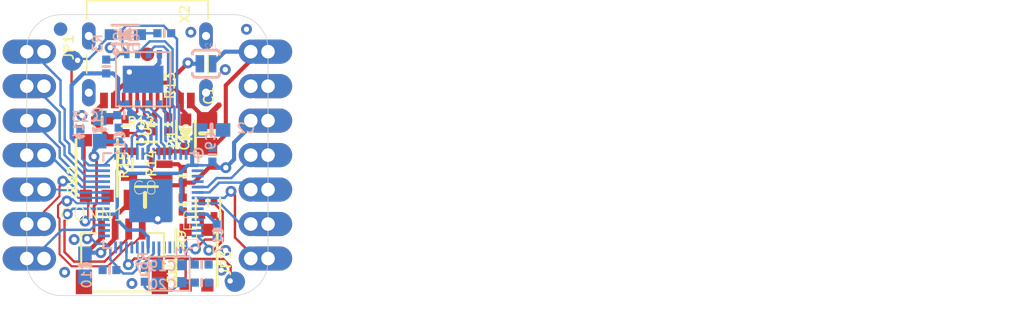
<source format=kicad_pcb>
(kicad_pcb (version 20221018) (generator pcbnew)
  (layers (0 "F.Cu" signal) (1 "In1.Cu" signal) (2 "In2.Cu" signal) (3 "In3.Cu" signal) (4 "In4.Cu" signal) (5 "In5.Cu" signal) (6 "In6.Cu" signal) (7 "In7.Cu" signal) (8 "In8.Cu" signal) (9 "In9.Cu" signal) (10 "In10.Cu" signal) (11 "In11.Cu" signal) (12 "In12.Cu" signal) (13 "In13.Cu" signal) (14 "In14.Cu" signal) (31 "B.Cu" signal) (34 "B.Paste" user) (35 "F.Paste" user) (36 "B.SilkS" user "B.Silkscreen") (37 "F.SilkS" user "F.Silkscreen") (38 "B.Mask" user) (39 "F.Mask" user) (44 "Edge.Cuts" user))
  (net 0 "")
  (net 1 "GND")
  (net 2 "D+")
  (net 3 "D-")
  (net 4 "VBUS")
  (net 5 "~{RESET}")
  (net 6 "SWCLK")
  (net 7 "SWDIO")
  (net 8 "A0")
  (net 9 "CC1")
  (net 10 "CC2")
  (net 11 "A1")
  (net 12 "MOSI")
  (net 13 "MISO")
  (net 14 "SCK")
  (net 15 "A2")
  (net 16 "A3")
  (net 17 "SDA")
  (net 18 "SCL")
  (net 19 "NEOPIX")
  (net 20 "NEO_PWR")
  (net 21 "+5V")
  (net 22 "+3V3")
  (net 23 "QSPI_DATA[0]")
  (net 24 "QSPI_DATA[1]")
  (net 25 "QSPI_SCK")
  (net 26 "QSPI_CS")
  (net 27 "QSPI_DATA[3]")
  (net 28 "QSPI_DATA[2]")
  (net 29 "1.2V")
  (net 30 "TX")
  (net 31 "RX")
  (net 32 "USB_D+")
  (net 33 "USB_D-")
  (net 34 "USBBOOT")
  (net 35 "N$5")
  (net 36 "N$6")
  (net 37 "N$7")
  (net 38 "SDA1")
  (net 39 "SCL1")
  (net 40 "N$1")
  (footprint "Adafruit QT Py RP2040:SK6805_1515" (layer "F.Cu") (at 152.9588 108.9533 90)
    (fp_text reference "LED1")
    (fp_text value "WS2812B_SK6805_1515")
  )
  (footprint "Adafruit QT Py RP2040:SOT23-5" (layer "F.Cu") (at 148.4503 105.6767 90)
    (fp_text reference "U1")
    (fp_text value "AP2112K-3.3")
  )
  (footprint "Adafruit QT Py RP2040:SOD-323_MINI" (layer "F.Cu") (at 151.3332 103.4669 90)
    (fp_text reference "D1")
    (fp_text value "  NSR0320")
  )
  (footprint "Adafruit QT Py RP2040:1X07_CASTEL" (layer "F.Cu") (at 156.1211 105.0036 90)
    (fp_text reference "JP3")
    (fp_text value "")
  )
  (footprint "Adafruit QT Py RP2040:_0402NO" (layer "F.Cu") (at 151.1046 106.5276 90)
    (fp_text reference "C16")
    (fp_text value "0.1uF")
  )
  (footprint "Adafruit QT Py RP2040:JST_SH4_SKINNY" (layer "F.Cu") (at 146.6215 112.9665)
    (fp_text reference "CONN1")
    (fp_text value "STEMMA_I2C_QTSKINNY" hide)
  )
  (footprint "Adafruit QT Py RP2040:USB_C_CUSB31-CFM2AX-01-X" (layer "F.Cu") (at 148.5011 97.4344 180)
    (fp_text reference "X2")
    (fp_text value "USB Type C")
  )
  (footprint "Adafruit QT Py RP2040:_0402NO" (layer "F.Cu") (at 151.1046 108.6485 -90)
    (fp_text reference "R9")
    (fp_text value "10K")
  )
  (footprint "Adafruit QT Py RP2040:0805-NO" (layer "F.Cu") (at 152.8953 103.4034 90)
    (fp_text reference "C1")
    (fp_text value "10uF")
  )
  (footprint "Adafruit QT Py RP2040:0805-NO" (layer "F.Cu") (at 148.3233 108.3056)
    (fp_text reference "C8")
    (fp_text value "10uF")
  )
  (footprint "Adafruit QT Py RP2040:_0402NO" (layer "F.Cu") (at 150.0378 102.743 90)
    (fp_text reference "R13")
    (fp_text value "5.1K")
  )
  (footprint "Adafruit QT Py RP2040:QTPICO_TOP" (layer "F.Cu") (at 139.6111 115.3541)
    (fp_text reference "U$2" hide)
    (fp_text value "" hide)
  )
  (footprint "Adafruit QT Py RP2040:FIDUCIAL_1MM" (layer "F.Cu") (at 148.5011 97.5741)
    (fp_text reference "U$8" hide)
    (fp_text value "FIDUCIAL_1MM" hide)
  )
  (footprint "Adafruit QT Py RP2040:_0402NO" (layer "F.Cu") (at 146.8882 102.87 -90)
    (fp_text reference "R15")
    (fp_text value "27")
  )
  (footprint "Adafruit QT Py RP2040:1X07_CASTEL" (layer "F.Cu") (at 140.8811 105.0036 -90)
    (fp_text reference "JP1")
    (fp_text value "")
  )
  (footprint "Adafruit QT Py RP2040:BTN_KMR2_4.6X2.8" (layer "F.Cu") (at 152.1206 112.5601 90)
    (fp_text reference "SW1")
    (fp_text value "KMR2")
  )
  (footprint "Adafruit QT Py RP2040:_0402NO" (layer "F.Cu") (at 145.161 102.4382)
    (fp_text reference "R12")
    (fp_text value "5.1K")
  )
  (footprint "Adafruit QT Py RP2040:_0402NO" (layer "F.Cu") (at 148.9202 102.743 -90)
    (fp_text reference "R14")
    (fp_text value "27")
  )
  (footprint "Adafruit QT Py RP2040:BTN_KMR2_4.6X2.8" (layer "F.Cu") (at 144.7673 105.9561 90)
    (fp_text reference "SW2")
    (fp_text value "KMR2")
  )
  (footprint "Adafruit QT Py RP2040:TESTPOINT_ROUND_1.5MM_NO" (layer "B.Cu") (at 154.9527 114.3381 180)
    (fp_text reference "TP3" hide)
    (fp_text value "" hide)
  )
  (footprint "Adafruit QT Py RP2040:_0402NO" (layer "B.Cu") (at 145.7071 113.4745)
    (fp_text reference "C7")
    (fp_text value "0.1uF")
  )
  (footprint "Adafruit QT Py RP2040:USON8_4X4" (layer "B.Cu") (at 148.1836 99.4156 -90)
    (fp_text reference "U5")
    (fp_text value "8MB QSPI Flash")
  )
  (footprint "Adafruit QT Py RP2040:TESTPOINT_ROUND_1.5MM_NO" (layer "B.Cu") (at 142.9512 98.044 180)
    (fp_text reference "TP4" hide)
    (fp_text value "" hide)
  )
  (footprint "Adafruit QT Py RP2040:_0402NO" (layer "B.Cu") (at 152.5016 114.4016 180)
    (fp_text reference "C20")
    (fp_text value "22pF")
  )
  (footprint "Adafruit QT Py RP2040:_0402NO" (layer "B.Cu") (at 152.5016 113.0681 180)
    (fp_text reference "C19")
    (fp_text value "22pF")
  )
  (footprint "Adafruit QT Py RP2040:0603-NO" (layer "B.Cu") (at 153.2255 103.1494)
    (fp_text reference "C2")
    (fp_text value "1uF")
  )
  (footprint "Adafruit QT Py RP2040:CRYSTAL_2.5X2" (layer "B.Cu") (at 150.114 113.7412 180)
    (fp_text reference "Y1")
    (fp_text value "12MHZ")
  )
  (footprint "Adafruit QT Py RP2040:QTPICO_BOT" (layer "B.Cu") (at 157.3911 115.2906 180)
    (fp_text reference "U$1" hide)
    (fp_text value "" hide)
  )
  (footprint "Adafruit QT Py RP2040:_0402NO" (layer "B.Cu") (at 146.3802 103.4923 -90)
    (fp_text reference "C11")
    (fp_text value "0.1uF")
  )
  (footprint "Adafruit QT Py RP2040:_0402NO" (layer "B.Cu") (at 146.7866 102.0572 180)
    (fp_text reference "C13")
    (fp_text value "0.1uF")
  )
  (footprint "Adafruit QT Py RP2040:_0402NO" (layer "B.Cu") (at 145.4658 98.4758 -90)
    (fp_text reference "R3")
    (fp_text value "10K")
  )
  (footprint "Adafruit QT Py RP2040:_0402NO" (layer "B.Cu") (at 143.5608 103.6066 90)
    (fp_text reference "C14")
    (fp_text value "0.1uF")
  )
  (footprint "Adafruit QT Py RP2040:SOD-323_MINI" (layer "B.Cu") (at 146.8755 96.1263)
    (fp_text reference "D2")
    (fp_text value "  NSR0320")
  )
  (footprint "Adafruit QT Py RP2040:_0402NO" (layer "B.Cu") (at 153.6065 110.5789 -90)
    (fp_text reference "C17")
    (fp_text value "0.1uF")
  )
  (footprint "Adafruit QT Py RP2040:SJ_2S-NO" (layer "B.Cu") (at 152.8191 98.2726 180)
    (fp_text reference "JP2")
    (fp_text value "")
  )
  (footprint "Adafruit QT Py RP2040:_0402NO" (layer "B.Cu") (at 149.7457 96.0247 180)
    (fp_text reference "R16")
    (fp_text value "1K")
  )
  (footprint "Adafruit QT Py RP2040:0603-NO" (layer "B.Cu") (at 143.898703 113.123894 -90)
    (fp_text reference "C10")
    (fp_text value "1uF")
  )
  (footprint "Adafruit QT Py RP2040:_0402NO" (layer "B.Cu") (at 153.289 104.9782 90)
    (fp_text reference "C9")
    (fp_text value "0.1uF")
  )
  (footprint "Adafruit QT Py RP2040:0603-NO" (layer "B.Cu") (at 144.9832 103.124 90)
    (fp_text reference "C12")
    (fp_text value "1uF")
  )
  (footprint "Adafruit QT Py RP2040:_0402NO" (layer "B.Cu") (at 148.3106 113.8301 90)
    (fp_text reference "R6")
    (fp_text value "1K")
  )
  (footprint "Adafruit QT Py RP2040:QFN56_7MM_REDUCEDEPAD" (layer "B.Cu") (at 148.7551 108.3564 180)
    (fp_text reference "IC2" hide)
    (fp_text value "RP2040_QFN56" hide)
  )
  (footprint "Adafruit QT Py RP2040:FIDUCIAL_1MM" (layer "B.Cu") (at 142.1003 95.7199 180)
    (fp_text reference "U$6" hide)
    (fp_text value "FIDUCIAL_1MM" hide)
  )
  (gr_arc (start 157.3911 112.8141) (mid 156.647151 114.610151) (end 154.8511 115.3541) (stroke (width 0.05)) (layer "Edge.Cuts"))
  (gr_arc (start 142.1511 115.3541) (mid 140.355049 114.610151) (end 139.6111 112.8141) (stroke (width 0.05)) (layer "Edge.Cuts"))
  (gr_line (start 157.3911 97.1931) (end 157.3911 112.8141) (stroke (width 0.05)) (layer "Edge.Cuts"))
  (gr_arc (start 139.6111 97.1931) (mid 140.355049 95.397049) (end 142.1511 94.6531) (stroke (width 0.05)) (layer "Edge.Cuts"))
  (gr_arc (start 154.8511 94.6531) (mid 156.647151 95.397049) (end 157.3911 97.1931) (stroke (width 0.05)) (layer "Edge.Cuts"))
  (gr_line (start 142.1511 94.6531) (end 154.8511 94.6531) (stroke (width 0.05)) (layer "Edge.Cuts"))
  (gr_line (start 139.6111 112.8141) (end 139.6111 97.1931) (stroke (width 0.05)) (layer "Edge.Cuts"))
  (gr_line (start 154.8511 115.3541) (end 142.1511 115.3541) (stroke (width 0.05)) (layer "Edge.Cuts"))
  (gr_text "" (at 212.9409 112.7633) (layer "F.SilkS") (effects (font (size 0.89408 0.89408) (thickness 0.12192))))
  (segment (start 144.653 102.4382) (end 144.653 102.6743) (width 0.3048) (layer "F.Cu") (net 1))
  (segment (start 152.5088 109.4533) (end 152.5088 110.0983) (width 0.3048) (layer "F.Cu") (net 1))
  (segment (start 145.1215 110.4525) (end 145.1215 111.1137) (width 0.3048) (layer "F.Cu") (net 1))
  (segment (start 149.2733 108.3056) (end 149.2733 109.6924) (width 0.3048) (layer "F.Cu") (net 1))
  (segment (start 149.7504 105.6767) (end 150.7617 105.6767) (width 0.3048) (layer "F.Cu") (net 1))
  (segment (start 145.3011 100.9794) (end 145.3011 101.1424) (width 0.3048) (layer "F.Cu") (net 1))
  (segment (start 151.7011 100.9794) (end 151.7011 101.2592) (width 0.3048) (layer "F.Cu") (net 1))
  (segment (start 145.5673 103.5886) (end 144.653 102.6743) (width 0.3048) (layer "F.Cu") (net 1))
  (segment (start 153.1366 101.9556) (end 153.7716 101.3206) (width 0.4064) (layer "F.Cu") (net 1))
  (segment (start 145.3011 101.1424) (end 144.653 101.7905) (width 0.3048) (layer "F.Cu") (net 1))
  (segment (start 151.7011 101.2592) (end 152.8953 102.4534) (width 0.3048) (layer "F.Cu") (net 1))
  (segment (start 150.7617 105.6767) (end 151.1046 106.0196) (width 0.3048) (layer "F.Cu") (net 1))
  (segment (start 145.5673 103.9061) (end 145.5673 103.5886) (width 0.3048) (layer "F.Cu") (net 1))
  (segment (start 144.653 102.4382) (end 144.653 101.7905) (width 0.3048) (layer "F.Cu") (net 1))
  (segment (start 152.5088 110.0983) (end 152.9206 110.5101) (width 0.3048) (layer "F.Cu") (net 1))
  (segment (start 145.1215 111.1137) (end 144.1196 112.1156) (width 0.3048) (layer "F.Cu") (net 1))
  (segment (start 149.2733 109.6924) (end 149.2631 109.7026) (width 0.3048) (layer "F.Cu") (net 1))
  (via (at 155.8036 95.7326) (size 0.8001) (drill 0.3937) (layers "F.Cu" "B.Cu") (net 1))
  (via (at 142.4051 113.6396) (size 0.8001) (drill 0.3937) (layers "F.Cu" "B.Cu") (net 1))
  (via (at 151.7015 95.9485) (size 0.8001) (drill 0.3937) (layers "F.Cu" "B.Cu") (net 1))
  (via (at 143.6751 102.0826) (size 0.8001) (drill 0.3937) (layers "F.Cu" "B.Cu") (net 1))
  (via (at 145.7579 97.0915) (size 0.8001) (drill 0.3937) (layers "F.Cu" "B.Cu") (net 1))
  (via (at 147.1676 98.8822) (size 0.8001) (drill 0.3937) (layers "F.Cu" "B.Cu") (net 1))
  (via (at 154.2415 98.7044) (size 0.8001) (drill 0.3937) (layers "F.Cu" "B.Cu") (net 1))
  (via (at 153.9494 113.4872) (size 0.8001) (drill 0.3937) (layers "F.Cu" "B.Cu") (net 1))
  (via (at 143.1036 111.2266) (size 0.8001) (drill 0.3937) (layers "F.Cu" "B.Cu") (net 1))
  (via (at 149.2631 109.7026) (size 0.8001) (drill 0.3937) (layers "F.Cu" "B.Cu") (net 1))
  (via (at 147.3581 114.4651) (size 0.8001) (drill 0.3937) (layers "F.Cu" "B.Cu") (net 1))
  (via (at 154.2669 112.0267) (size 0.8001) (drill 0.3937) (layers "F.Cu" "B.Cu") (net 1))
  (segment (start 148.7551 108.3564) (end 149.2631 108.8644) (width 0.3048) (layer "B.Cu") (net 1))
  (segment (start 148.7551 108.3564) (end 148.7551 108.1405) (width 0.3048) (layer "B.Cu") (net 1))
  (segment (start 147.6502 98.8822) (end 147.1676 98.8822) (width 0.3048) (layer "B.Cu") (net 1))
  (segment (start 148.1836 99.4156) (end 147.6502 98.8822) (width 0.3048) (layer "B.Cu") (net 1))
  (segment (start 149.2631 108.8644) (end 149.2631 109.7026) (width 0.3048) (layer "B.Cu") (net 1))
  (segment (start 146.2786 102.0572) (end 145.2 102.0572) (width 0.3048) (layer "B.Cu") (net 1))
  (segment (start 157.3911 99.9236) (end 156.1211 99.9236) (width 0.3048) (layer "B.Cu") (net 1))
  (segment (start 149.3836 98.2156) (end 148.1836 99.4156) (width 0.3048) (layer "B.Cu") (net 1))
  (segment (start 145.2 102.0572) (end 144.9832 102.274) (width 0.3048) (layer "B.Cu") (net 1))
  (segment (start 149.3836 97.5656) (end 149.3836 98.2156) (width 0.3048) (layer "B.Cu") (net 1))
  (segment (start 147.5232 103.378) (end 146.8882 103.378) (width 0.1778) (layer "F.Cu") (net 2))
  (segment (start 148.0566 103.9114) (end 147.5232 103.378) (width 0.1778) (layer "F.Cu") (net 2))
  (via (at 148.0566 103.9114) (size 0.8001) (drill 0.3937) (layers "F.Cu" "B.Cu") (net 2))
  (segment (start 147.7551 104.2129) (end 148.0566 103.9114) (width 0.1778) (layer "B.Cu") (net 2))
  (segment (start 147.7551 104.9064) (end 147.7551 104.2129) (width 0.1778) (layer "B.Cu") (net 2))
  (segment (start 148.211043 102.956013) (end 148.058643 102.956013) (width 0.1778) (layer "F.Cu") (net 3))
  (segment (start 148.9202 103.251) (end 148.506031 103.251) (width 0.1778) (layer "F.Cu") (net 3))
  (segment (start 148.506031 103.251) (end 148.211043 102.956013) (width 0.1778) (layer "F.Cu") (net 3))
  (via (at 148.058643 102.956013) (size 0.8001) (drill 0.3937) (layers "F.Cu" "B.Cu") (net 3))
  (segment (start 147.3551 103.659557) (end 148.058643 102.956013) (width 0.1778) (layer "B.Cu") (net 3))
  (segment (start 147.3551 103.659557) (end 147.3551 104.9064) (width 0.1778) (layer "B.Cu") (net 3))
  (segment (start 146.076859 100.95516) (end 146.076859 100.472997) (width 0.3048) (layer "F.Cu") (net 4))
  (segment (start 146.1011 100.9794) (end 146.076859 100.95516) (width 0.3048) (layer "F.Cu") (net 4))
  (segment (start 151.4856 98.2091) (end 150.086725 99.607975) (width 0.3048) (layer "F.Cu") (net 4))
  (segment (start 150.9011 100.48585) (end 150.086725 99.671475) (width 0.3048) (layer "F.Cu") (net 4))
  (segment (start 151.3332 102.3969) (end 151.3332 101.96115) (width 0.3048) (layer "F.Cu") (net 4))
  (segment (start 146.880256 99.6696) (end 150.08485 99.6696) (width 0.3048) (layer "F.Cu") (net 4))
  (segment (start 150.9011 101.52905) (end 150.9011 100.9794) (width 0.3048) (layer "F.Cu") (net 4))
  (segment (start 150.9011 100.48585) (end 150.9011 100.9794) (width 0.3048) (layer "F.Cu") (net 4))
  (segment (start 150.086725 99.607975) (end 150.086725 99.671475) (width 0.3048) (layer "F.Cu") (net 4))
  (segment (start 151.3332 101.96115) (end 150.9011 101.52905) (width 0.3048) (layer "F.Cu") (net 4))
  (segment (start 150.086725 99.671475) (end 150.08485 99.6696) (width 0.3048) (layer "F.Cu") (net 4))
  (segment (start 146.076859 100.472997) (end 146.880256 99.6696) (width 0.3048) (layer "F.Cu") (net 4))
  (via (at 151.4856 98.2091) (size 0.8001) (drill 0.3937) (layers "F.Cu" "B.Cu") (net 4))
  (segment (start 151.5491 98.2726) (end 151.4856 98.2091) (width 0.3048) (layer "B.Cu") (net 4))
  (segment (start 152.3691 98.2726) (end 151.5491 98.2726) (width 0.3048) (layer "B.Cu") (net 4))
  (segment (start 151.2316 112.6236) (end 151.3206 112.5346) (width 0.1778) (layer "F.Cu") (net 5))
  (segment (start 151.3206 110.5101) (end 151.3206 112.5346) (width 0.1778) (layer "F.Cu") (net 5))
  (segment (start 151.3206 112.65535) (end 151.3206 114.6101) (width 0.1778) (layer "F.Cu") (net 5))
  (segment (start 154.6352 114.2365) (end 154.5971 114.2746) (width 0.1778) (layer "F.Cu") (net 5))
  (segment (start 151.1046 109.1565) (end 151.3206 109.3725) (width 0.1778) (layer "F.Cu") (net 5))
  (segment (start 154.6352 113.2078) (end 154.08275 112.65535) (width 0.1778) (layer "F.Cu") (net 5))
  (segment (start 151.3206 112.5346) (end 151.3206 112.65535) (width 0.1778) (layer "F.Cu") (net 5))
  (segment (start 154.6352 114.2365) (end 154.6352 113.2078) (width 0.1778) (layer "F.Cu") (net 5))
  (segment (start 154.08275 112.65535) (end 151.3206 112.65535) (width 0.1778) (layer "F.Cu") (net 5))
  (segment (start 147.5486 112.6236) (end 147.095546 113.076654) (width 0.1778) (layer "F.Cu") (net 5))
  (segment (start 147.5486 112.6236) (end 151.2316 112.6236) (width 0.1778) (layer "F.Cu") (net 5))
  (segment (start 151.3206 109.3725) (end 151.3206 110.5101) (width 0.1778) (layer "F.Cu") (net 5))
  (via (at 154.5971 114.2746) (size 0.8001) (drill 0.3937) (layers "F.Cu" "B.Cu") (net 5))
  (via (at 147.095546 113.076654) (size 0.8001) (drill 0.3937) (layers "F.Cu" "B.Cu") (net 5))
  (segment (start 154.9527 114.3381) (end 154.8892 114.2746) (width 0.1778) (layer "B.Cu") (net 5))
  (segment (start 147.095546 113.076654) (end 146.9551 112.936207) (width 0.1778) (layer "B.Cu") (net 5))
  (segment (start 154.5971 114.2746) (end 154.8892 114.2746) (width 0.1778) (layer "B.Cu") (net 5))
  (segment (start 146.9551 111.8064) (end 146.9551 112.936207) (width 0.1778) (layer "B.Cu") (net 5))
  (segment (start 142.4051 101.6381) (end 142.4051 103.8606) (width 0.1778) (layer "B.Cu") (net 8))
  (segment (start 142.748 104.2035) (end 142.4051 103.8606) (width 0.1778) (layer "B.Cu") (net 8))
  (segment (start 139.6111 97.3836) (end 140.8811 97.3836) (width 0.1778) (layer "B.Cu") (net 8))
  (segment (start 145.3051 106.1564) (end 144.0659 106.1564) (width 0.1778) (layer "B.Cu") (net 8))
  (segment (start 142.4051 101.6381) (end 142.1003 101.3333) (width 0.1778) (layer "B.Cu") (net 8))
  (segment (start 144.0659 106.1564) (end 142.748 104.8385) (width 0.1778) (layer "B.Cu") (net 8))
  (segment (start 140.8811 97.3836) (end 140.8811 98.2726) (width 0.1778) (layer "B.Cu") (net 8))
  (segment (start 142.748 104.8385) (end 142.748 104.2035) (width 0.1778) (layer "B.Cu") (net 8))
  (segment (start 142.1003 99.4918) (end 140.8811 98.2726) (width 0.1778) (layer "B.Cu") (net 8))
  (segment (start 142.1003 99.4918) (end 142.1003 101.3333) (width 0.1778) (layer "B.Cu") (net 8))
  (segment (start 149.7511 100.9794) (end 149.7511 101.7451) (width 0.254) (layer "F.Cu") (net 9))
  (segment (start 150.0378 102.0318) (end 150.0378 102.235) (width 0.1778) (layer "F.Cu") (net 9))
  (segment (start 149.7511 101.7451) (end 150.0378 102.0318) (width 0.254) (layer "F.Cu") (net 9))
  (segment (start 145.669 102.4382) (end 145.8595 102.4382) (width 0.1778) (layer "F.Cu") (net 10))
  (segment (start 146.7511 101.5466) (end 145.8595 102.4382) (width 0.1778) (layer "F.Cu") (net 10))
  (segment (start 146.7511 100.9794) (end 146.7511 101.5466) (width 0.1778) (layer "F.Cu") (net 10))
  (segment (start 139.6111 99.9236) (end 140.8811 99.9236) (width 0.1778) (layer "F.Cu") (net 11))
  (segment (start 142.0368 101.8413) (end 142.0368 104.0003) (width 0.1778) (layer "B.Cu") (net 11))
  (segment (start 142.3924 104.987975) (end 142.3924 104.3559) (width 0.1778) (layer "B.Cu") (net 11))
  (segment (start 142.0368 101.8413) (end 140.8811 100.6856) (width 0.1778) (layer "B.Cu") (net 11))
  (segment (start 145.3051 106.5564) (end 143.960825 106.5564) (width 0.1778) (layer "B.Cu") (net 11))
  (segment (start 143.960825 106.5564) (end 142.3924 104.987975) (width 0.1778) (layer "B.Cu") (net 11))
  (segment (start 140.8811 99.9236) (end 140.8811 100.6856) (width 0.1778) (layer "B.Cu") (net 11))
  (segment (start 142.3924 104.3559) (end 142.0368 104.0003) (width 0.1778) (layer "B.Cu") (net 11))
  (segment (start 153.6021 106.696) (end 152.9417 107.3564) (width 0.1778) (layer "B.Cu") (net 12))
  (segment (start 156.1211 105.0036) (end 156.1211 105.2576) (width 0.1778) (layer "B.Cu") (net 12))
  (segment (start 156.1211 105.2576) (end 154.6827 106.696) (width 0.1778) (layer "B.Cu") (net 12))
  (segment (start 154.6827 106.696) (end 153.6021 106.696) (width 0.1778) (layer "B.Cu") (net 12))
  (segment (start 157.3911 105.0036) (end 156.1211 105.0036) (width 0.1778) (layer "B.Cu") (net 12))
  (segment (start 152.9417 107.3564) (end 152.2051 107.3564) (width 0.1778) (layer "B.Cu") (net 12))
  (segment (start 155.61 107.0325) (end 153.7926 107.0325) (width 0.1778) (layer "B.Cu") (net 13))
  (segment (start 157.3911 107.5436) (end 156.1211 107.5436) (width 0.1778) (layer "B.Cu") (net 13))
  (segment (start 153.0687 107.7564) (end 152.2051 107.7564) (width 0.1778) (layer "B.Cu") (net 13))
  (segment (start 156.1211 107.5436) (end 155.61 107.0325) (width 0.1778) (layer "B.Cu") (net 13))
  (segment (start 153.7926 107.0325) (end 153.0687 107.7564) (width 0.1778) (layer "B.Cu") (net 13))
  (segment (start 157.3911 110.0836) (end 156.1211 110.0836) (width 0.1778) (layer "B.Cu") (net 14))
  (segment (start 153.8446 108.5564) (end 152.2051 108.5564) (width 0.1778) (layer "B.Cu") (net 14))
  (segment (start 156.1211 110.0836) (end 155.3718 110.0836) (width 0.1778) (layer "B.Cu") (net 14))
  (segment (start 155.3718 110.0836) (end 153.8446 108.5564) (width 0.1778) (layer "B.Cu") (net 14))
  (segment (start 139.6111 102.4636) (end 140.8811 102.4636) (width 0.1778) (layer "F.Cu") (net 15))
  (segment (start 140.8811 102.4636) (end 140.8811 103.3145) (width 0.1778) (layer "B.Cu") (net 15))
  (segment (start 142.0368 105.18825) (end 142.0368 104.4702) (width 0.1778) (layer "B.Cu") (net 15))
  (segment (start 143.80495 106.9564) (end 142.0368 105.18825) (width 0.1778) (layer "B.Cu") (net 15))
  (segment (start 145.3051 106.9564) (end 143.80495 106.9564) (width 0.1778) (layer "B.Cu") (net 15))
  (segment (start 142.0368 104.4702) (end 140.8811 103.3145) (width 0.1778) (layer "B.Cu") (net 15))
  (segment (start 139.6111 105.0036) (end 140.8811 105.0036) (width 0.1778) (layer "F.Cu") (net 16))
  (segment (start 145.3051 107.3564) (end 143.6657 107.3564) (width 0.1778) (layer "B.Cu") (net 16))
  (segment (start 143.6657 107.3564) (end 141.3129 105.0036) (width 0.1778) (layer "B.Cu") (net 16))
  (segment (start 141.3129 105.0036) (end 140.8811 105.0036) (width 0.1778) (layer "B.Cu") (net 16))
  (segment (start 139.6111 107.5436) (end 140.8811 107.5436) (width 0.1778) (layer "F.Cu") (net 17))
  (segment (start 145.3051 108.1564) (end 143.3989 108.1564) (width 0.1524) (layer "B.Cu") (net 17))
  (segment (start 143.3989 108.1564) (end 142.829456 107.586957) (width 0.1524) (layer "B.Cu") (net 17))
  (segment (start 142.829456 107.586957) (end 142.044193 107.586957) (width 0.1524) (layer "B.Cu") (net 17))
  (segment (start 142.044193 107.586957) (end 142.000837 107.5436) (width 0.1524) (layer "B.Cu") (net 17))
  (segment (start 142.000837 107.5436) (end 140.8811 107.5436) (width 0.1524) (layer "B.Cu") (net 17))
  (segment (start 142.0241 107.315) (end 142.0241 108.031932) (width 0.1524) (layer "F.Cu") (net 18))
  (segment (start 142.0241 108.031932) (end 140.8811 109.174932) (width 0.1524) (layer "F.Cu") (net 18))
  (segment (start 140.8811 109.1946) (end 140.8811 110.0836) (width 0.1778) (layer "F.Cu") (net 18))
  (segment (start 142.34269 106.99641) (end 142.0241 107.315) (width 0.1778) (layer "F.Cu") (net 18))
  (segment (start 140.8811 109.174932) (end 140.8811 109.1946) (width 0.1524) (layer "F.Cu") (net 18))
  (segment (start 142.26649 106.92021) (end 142.34269 106.99641) (width 0.1778) (layer "F.Cu") (net 18))
  (segment (start 139.6111 110.0836) (end 140.8811 110.0836) (width 0.1778) (layer "F.Cu") (net 18))
  (via (at 142.26649 106.92021) (size 0.8001) (drill 0.3937) (layers "F.Cu" "B.Cu") (net 18))
  (segment (start 145.3051 107.7564) (end 143.489 107.7564) (width 0.1778) (layer "B.Cu") (net 18))
  (segment (start 143.489 107.7564) (end 142.652809 106.92021) (width 0.1778) (layer "B.Cu") (net 18))
  (segment (start 142.26649 106.92021) (end 142.652809 106.92021) (width 0.1778) (layer "B.Cu") (net 18))
  (segment (start 153.6755 109.72) (end 153.6755 111.2266) (width 0.1778) (layer "F.Cu") (net 19))
  (segment (start 153.4088 109.4533) (end 153.6755 109.72) (width 0.1778) (layer "F.Cu") (net 19))
  (segment (start 152.0444 111.9251) (end 152.7429 111.2266) (width 0.1778) (layer "F.Cu") (net 19))
  (segment (start 153.6755 111.2266) (end 152.7429 111.2266) (width 0.1778) (layer "F.Cu") (net 19))
  (via (at 152.0444 111.9251) (size 0.8001) (drill 0.3937) (layers "F.Cu" "B.Cu") (net 19))
  (segment (start 151.4738 111.9251) (end 152.0444 111.9251) (width 0.1778) (layer "B.Cu") (net 19))
  (segment (start 151.3551 111.8064) (end 151.4738 111.9251) (width 0.1778) (layer "B.Cu") (net 19))
  (segment (start 153.3652 112.014) (end 153.0223 112.014) (width 0.1778) (layer "F.Cu") (net 20))
  (segment (start 153.4088 108.4533) (end 153.4088 108.5477) (width 0.1778) (layer "F.Cu") (net 20))
  (segment (start 154.051 111.3282) (end 153.3652 112.014) (width 0.1778) (layer "F.Cu") (net 20))
  (segment (start 154.051 109.1899) (end 154.051 111.3282) (width 0.1778) (layer "F.Cu") (net 20))
  (segment (start 154.051 109.1899) (end 153.4088 108.5477) (width 0.1778) (layer "F.Cu") (net 20))
  (via (at 153.0223 112.014) (size 0.8001) (drill 0.3937) (layers "F.Cu" "B.Cu") (net 20))
  (segment (start 152.2051 110.9936) (end 153.0223 111.8108) (width 0.1778) (layer "B.Cu") (net 20))
  (segment (start 153.0223 111.8108) (end 153.0223 112.014) (width 0.1778) (layer "B.Cu") (net 20))
  (segment (start 152.2051 110.9564) (end 152.2051 110.9936) (width 0.1778) (layer "B.Cu") (net 20))
  (segment (start 151.3332 104.7267) (end 149.7504 104.7267) (width 0.3048) (layer "F.Cu") (net 21))
  (segment (start 152.7118 104.5369) (end 152.8953 104.3534) (width 0.3048) (layer "F.Cu") (net 21))
  (segment (start 153.4058 104.3534) (end 152.8953 104.3534) (width 0.3048) (layer "F.Cu") (net 21))
  (segment (start 149.7504 106.6267) (end 148.9812 106.6267) (width 0.3048) (layer "F.Cu") (net 21))
  (segment (start 148.9812 106.6267) (end 148.7551 106.4006) (width 0.3048) (layer "F.Cu") (net 21))
  (segment (start 151.3332 104.5369) (end 151.3332 104.7267) (width 0.3048) (layer "F.Cu") (net 21))
  (segment (start 151.3332 104.5369) (end 152.7118 104.5369) (width 0.3048) (layer "F.Cu") (net 21))
  (segment (start 156.1211 97.3836) (end 156.1211 98.0186) (width 0.3048) (layer "F.Cu") (net 21))
  (segment (start 149.032 104.7267) (end 149.7504 104.7267) (width 0.3048) (layer "F.Cu") (net 21))
  (segment (start 148.7551 106.4006) (end 148.7551 105.0036) (width 0.3048) (layer "F.Cu") (net 21))
  (segment (start 156.1211 98.0186) (end 154.2796 99.8601) (width 0.3048) (layer "F.Cu") (net 21))
  (segment (start 154.2796 103.4796) (end 153.4058 104.3534) (width 0.3048) (layer "F.Cu") (net 21))
  (segment (start 154.2796 99.8601) (end 154.2796 103.4796) (width 0.3048) (layer "F.Cu") (net 21))
  (segment (start 148.7551 105.0036) (end 149.032 104.7267) (width 0.3048) (layer "F.Cu") (net 21))
  (segment (start 157.3911 97.3836) (end 154.2034 97.3836) (width 0.3048) (layer "B.Cu") (net 21))
  (segment (start 157.3911 97.3836) (end 156.1211 97.3836) (width 0.3048) (layer "B.Cu") (net 21))
  (segment (start 154.2034 97.3836) (end 153.3144 98.2726) (width 0.3048) (layer "B.Cu") (net 21))
  (segment (start 153.3144 98.2726) (end 153.2691 98.2726) (width 0.3048) (layer "B.Cu") (net 21))
  (segment (start 147.3733 106.8498) (end 147.3733 107.2261) (width 0.3048) (layer "F.Cu") (net 22))
  (segment (start 146.0881 109.5908) (end 147.3733 108.3056) (width 0.3048) (layer "F.Cu") (net 22))
  (segment (start 146.1215 111.1424) (end 145.0721 112.1918) (width 0.3048) (layer "F.Cu") (net 22))
  (segment (start 146.1215 110.4525) (end 146.1215 111.1424) (width 0.3048) (layer "F.Cu") (net 22))
  (segment (start 146.0881 109.8931) (end 146.0881 110.4191) (width 0.3048) (layer "F.Cu") (net 22))
  (segment (start 151.926 107.0356) (end 153.0309 105.9307) (width 0.3048) (layer "F.Cu") (net 22))
  (segment (start 150.9141 107.2261) (end 151.1046 107.0356) (width 0.3048) (layer "F.Cu") (net 22))
  (segment (start 147.1502 106.6267) (end 147.3733 106.8498) (width 0.3048) (layer "F.Cu") (net 22))
  (segment (start 146.0881 110.4191) (end 146.1215 110.4525) (width 0.3048) (layer "F.Cu") (net 22))
  (segment (start 153.0309 105.9307) (end 154.2796 105.9307) (width 0.3048) (layer "F.Cu") (net 22))
  (segment (start 151.1046 107.0356) (end 151.1046 108.1405) (width 0.3048) (layer "F.Cu") (net 22))
  (segment (start 147.3733 107.2261) (end 147.3733 108.3056) (width 0.3048) (layer "F.Cu") (net 22))
  (segment (start 146.0881 109.8931) (end 146.0881 109.5908) (width 0.3048) (layer "F.Cu") (net 22))
  (segment (start 146.1215 109.9265) (end 146.0881 109.8931) (width 0.3048) (layer "F.Cu") (net 22))
  (segment (start 151.1046 107.0356) (end 151.926 107.0356) (width 0.3048) (layer "F.Cu") (net 22))
  (segment (start 147.3733 107.2261) (end 150.9141 107.2261) (width 0.3048) (layer "F.Cu") (net 22))
  (via (at 154.2796 105.9307) (size 0.8001) (drill 0.3937) (layers "F.Cu" "B.Cu") (net 22))
  (via (at 145.0721 112.1918) (size 0.8001) (drill 0.3937) (layers "F.Cu" "B.Cu") (net 22))
  (segment (start 145.3051 105.7564) (end 144.1875 105.7564) (width 0.1778) (layer "B.Cu") (net 22))
  (segment (start 145.3051 109.3564) (end 146.2786 109.3564) (width 0.254) (layer "B.Cu") (net 22))
  (segment (start 151.4812 105.7564) (end 151.0275 106.2101) (width 0.254) (layer "B.Cu") (net 22))
  (segment (start 148.5551 111.0266) (end 148.0566 110.5281) (width 0.254) (layer "B.Cu") (net 22))
  (segment (start 151.8031 105.6754) (end 151.8841 105.7564) (width 0.254) (layer "B.Cu") (net 22))
  (segment (start 146.5326 105.8926) (end 146.2786 106.1466) (width 0.254) (layer "B.Cu") (net 22))
  (segment (start 147.0406 110.5281) (end 146.2786 109.7661) (width 0.254) (layer "B.Cu") (net 22))
  (segment (start 147.7837 102.2477) (end 148.4122 102.2477) (width 0.3048) (layer "B.Cu") (net 22))
  (segment (start 145.3896 98.9076) (end 145.4658 98.9838) (width 0.3048) (layer "B.Cu") (net 22))
  (segment (start 147.3931 101.8571) (end 146.9836 101.4476) (width 0.3048) (layer "B.Cu") (net 22))
  (segment (start 146.3425 100.207357) (end 146.3425 99.3525) (width 0.3048) (layer "B.Cu") (net 22))
  (segment (start 147.2946 101.9556) (end 147.3931 101.8571) (width 0.1778) (layer "B.Cu") (net 22))
  (segment (start 156.1211 102.8446) (end 156.1211 102.4636) (width 0.3048) (layer "B.Cu") (net 22))
  (segment (start 153.0188 105.7564) (end 153.289 105.4862) (width 0.1778) (layer "B.Cu") (net 22))
  (segment (start 148.763493 102.598994) (end 148.763493 104.169707) (width 0.254) (layer "B.Cu") (net 22))
  (segment (start 146.9836 101.2656) (end 146.9836 101.4476) (width 0.3048) (layer "B.Cu") (net 22))
  (segment (start 148.0566 110.5281) (end 147.0406 110.5281) (width 0.254) (layer "B.Cu") (net 22))
  (segment (start 142.9131 99.8601) (end 143.7894 98.9838) (width 0.3048) (layer "B.Cu") (net 22))
  (segment (start 143.5608 104.1146) (end 143.5608 104.013) (width 0.254) (layer "B.Cu") (net 22))
  (segment (start 146.2786 106.1466) (end 146.2786 109.3564) (width 0.254) (layer "B.Cu") (net 22))
  (segment (start 146.9898 106.3498) (end 150.9776 106.3498) (width 0.254) (layer "B.Cu") (net 22))
  (segment (start 146.1551 104.9064) (end 145.3051 105.7564) (width 0.1778) (layer "B.Cu") (net 22))
  (segment (start 146.2786 109.7661) (end 146.2786 109.3564) (width 0.254) (layer "B.Cu") (net 22))
  (segment (start 148.5551 104.3781) (end 148.5551 104.9064) (width 0.254) (layer "B.Cu") (net 22))
  (segment (start 143.7005 104.2543) (end 143.5608 104.1146) (width 0.1778) (layer "B.Cu") (net 22))
  (segment (start 146.3421 100.207757) (end 146.3425 100.207357) (width 0.3048) (layer "B.Cu") (net 22))
  (segment (start 157.3911 102.4636) (end 156.1211 102.4636) (width 0.3048) (layer "B.Cu") (net 22))
  (segment (start 146.3421 101.0031) (end 146.3421 100.207757) (width 0.3048) (layer "B.Cu") (net 22))
  (segment (start 147.7837 102.2477) (end 147.3931 101.8571) (width 0.3048) (layer "B.Cu") (net 22))
  (segment (start 147.2946 102.0572) (end 147.2946 101.9556) (width 0.1778) (layer "B.Cu") (net 22))
  (segment (start 146.3425 99.3525) (end 145.9738 98.9838) (width 0.3048) (layer "B.Cu") (net 22))
  (segment (start 146.1551 104.9064) (end 146.5326 104.9064) (width 0.1778) (layer "B.Cu") (net 22))
  (segment (start 150.9776 108.9406) (end 150.9776 106.3498) (width 0.254) (layer "B.Cu") (net 22))
  (segment (start 152.3755 103.1494) (end 151.8031 103.7218) (width 0.3048) (layer "B.Cu") (net 22))
  (segment (start 146.5326 104.9064) (end 146.5551 104.9064) (width 0.1778) (layer "B.Cu") (net 22))
  (segment (start 148.4122 102.2477) (end 148.763493 102.598994) (width 0.3048) (layer "B.Cu") (net 22))
  (segment (start 146.9836 101.2656) (end 146.6046 101.2656) (width 0.3048) (layer "B.Cu") (net 22))
  (segment (start 146.5326 105.8926) (end 146.9898 106.3498) (width 0.254) (layer "B.Cu") (net 22))
  (segment (start 150.9776 106.3498) (end 150.9776 106.2228) (width 0.254) (layer "B.Cu") (net 22))
  (segment (start 143.7005 105.2694) (end 143.7005 104.2543) (width 0.1778) (layer "B.Cu") (net 22))
  (segment (start 148.5551 104.9064) (end 148.1551 104.9064) (width 0.1778) (layer "B.Cu") (net 22))
  (segment (start 148.5551 111.8064) (end 148.5551 111.0266) (width 0.254) (layer "B.Cu") (net 22))
  (segment (start 143.980796 112.1918) (end 143.898703 112.273894) (width 0.3048) (layer "B.Cu") (net 22))
  (segment (start 151.8031 103.7218) (end 151.8031 105.6754) (width 0.3048) (layer "B.Cu") (net 22))
  (segment (start 150.9776 106.2101) (end 151.0275 106.2101) (width 0.1778) (layer "B.Cu") (net 22))
  (segment (start 154.2796 105.9307) (end 154.8892 105.3211) (width 0.3048) (layer "B.Cu") (net 22))
  (segment (start 145.9738 98.9838) (end 145.4658 98.9838) (width 0.3048) (layer "B.Cu") (net 22))
  (segment (start 150.9776 106.2228) (end 150.9776 106.2101) (width 0.1778) (layer "B.Cu") (net 22))
  (segment (start 146.6046 101.2656) (end 146.3421 101.0031) (width 0.3048) (layer "B.Cu") (net 22))
  (segment (start 154.2796 105.9307) (end 153.7335 105.9307) (width 0.3048) (layer "B.Cu") (net 22))
  (segment (start 144.1875 105.7564) (end 143.7005 105.2694) (width 0.1778) (layer "B.Cu") (net 22))
  (segment (start 151.3934 109.3564) (end 150.9776 108.9406) (width 0.254) (layer "B.Cu") (net 22))
  (segment (start 145.4658 98.9838) (end 143.7894 98.9838) (width 0.3048) (layer "B.Cu") (net 22))
  (segment (start 152.2051 105.7564) (end 153.0188 105.7564) (width 0.1778) (layer "B.Cu") (net 22))
  (segment (start 154.8892 104.0765) (end 154.8892 105.3211) (width 0.3048) (layer "B.Cu") (net 22))
  (segment (start 143.5608 104.1146) (end 143.2941 104.1146) (width 0.3048) (layer "B.Cu") (net 22))
  (segment (start 153.289 105.4862) (end 153.7335 105.9307) (width 0.3048) (layer "B.Cu") (net 22))
  (segment (start 145.3056 98.9916) (end 145.3896 98.9076) (width 0.3048) (layer "B.Cu") (net 22))
  (segment (start 151.8841 105.7564) (end 152.2051 105.7564) (width 0.254) (layer "B.Cu") (net 22))
  (segment (start 142.9131 103.7336) (end 142.9131 99.8601) (width 0.3048) (layer "B.Cu") (net 22))
  (segment (start 151.4812 105.7564) (end 152.2051 105.7564) (width 0.254) (layer "B.Cu") (net 22))
  (segment (start 143.2941 104.1146) (end 142.9131 103.7336) (width 0.3048) (layer "B.Cu") (net 22))
  (segment (start 146.5326 105.8926) (end 146.5326 104.9064) (width 0.254) (layer "B.Cu") (net 22))
  (segment (start 152.892 109.3564) (end 153.6065 110.0709) (width 0.254) (layer "B.Cu") (net 22))
  (segment (start 156.1211 102.8446) (end 154.8892 104.0765) (width 0.3048) (layer "B.Cu") (net 22))
  (segment (start 151.3934 109.3564) (end 152.2051 109.3564) (width 0.254) (layer "B.Cu") (net 22))
  (segment (start 145.0721 112.1918) (end 143.980796 112.1918) (width 0.3048) (layer "B.Cu") (net 22))
  (segment (start 148.763493 104.169707) (end 148.5551 104.3781) (width 0.2032) (layer "B.Cu") (net 22))
  (segment (start 152.2051 109.3564) (end 152.892 109.3564) (width 0.254) (layer "B.Cu") (net 22))
  (segment (start 149.3836 101.2656) (end 149.3836 101.3291) (width 0.1778) (layer "B.Cu") (net 23))
  (segment (start 150.1551 104.2446) (end 150.1551 104.9064) (width 0.1778) (layer "B.Cu") (net 23))
  (segment (start 149.8361 101.7816) (end 149.3836 101.3291) (width 0.1778) (layer "B.Cu") (net 23))
  (segment (start 149.8361 103.9256) (end 150.1551 104.2446) (width 0.1778) (layer "B.Cu") (net 23))
  (segment (start 149.8361 101.7816) (end 149.8361 103.9256) (width 0.1778) (layer "B.Cu") (net 23))
  (segment (start 148.6726 96.6216) (end 149.793575 96.6216) (width 0.1778) (layer "B.Cu") (net 24))
  (segment (start 150.9551 104.095025) (end 150.4965 103.636425) (width 0.1778) (layer "B.Cu") (net 24))
  (segment (start 150.3553 97.183325) (end 150.3553 101.310825) (width 0.1778) (layer "B.Cu") (net 24))
  (segment (start 150.9551 104.095025) (end 150.9551 104.9064) (width 0.1778) (layer "B.Cu") (net 24))
  (segment (start 147.7836 97.5656) (end 147.7836 97.5106) (width 0.1778) (layer "B.Cu") (net 24))
  (segment (start 150.3553 101.310825) (end 150.4965 101.452025) (width 0.1778) (layer "B.Cu") (net 24))
  (segment (start 149.793575 96.6216) (end 150.3553 97.183325) (width 0.1778) (layer "B.Cu") (net 24))
  (segment (start 148.6726 96.6216) (end 147.7836 97.5106) (width 0.1778) (layer "B.Cu") (net 24))
  (segment (start 150.4965 101.452025) (end 150.4965 103.636425) (width 0.1778) (layer "B.Cu") (net 24))
  (segment (start 148.5836 101.2656) (end 148.5836 101.395344) (width 0.1778) (layer "B.Cu") (net 25))
  (segment (start 149.7551 104.3222) (end 149.5059 104.073) (width 0.1778) (layer "B.Cu") (net 25))
  (segment (start 149.7551 104.3222) (end 149.7551 104.9064) (width 0.1778) (layer "B.Cu") (net 25))
  (segment (start 149.5059 102.317644) (end 148.5836 101.395344) (width 0.1778) (layer "B.Cu") (net 25))
  (segment (start 149.5059 102.317644) (end 149.5059 104.073) (width 0.1778) (layer "B.Cu") (net 25))
  (segment (start 151.3551 104.9064) (end 151.3551 104.00265) (width 0.1778) (layer "B.Cu") (net 26))
  (segment (start 146.4522 97.5656) (end 146.9836 97.5656) (width 0.1778) (layer "B.Cu") (net 26))
  (segment (start 149.7013 95.4723) (end 146.9453 95.4723) (width 0.1778) (layer "B.Cu") (net 26))
  (segment (start 150.2537 96.0247) (end 150.6855 96.4565) (width 0.1778) (layer "B.Cu") (net 26))
  (segment (start 151.3551 104.00265) (end 150.8267 103.47425) (width 0.1778) (layer "B.Cu") (net 26))
  (segment (start 146.4522 97.5656) (end 146.05 97.9678) (width 0.1778) (layer "B.Cu") (net 26))
  (segment (start 150.6855 96.4565) (end 150.6855 101.17405) (width 0.1778) (layer "B.Cu") (net 26))
  (segment (start 146.9453 95.4723) (end 146.6596 95.758) (width 0.1778) (layer "B.Cu") (net 26))
  (segment (start 146.6596 97.0277) (end 146.9836 97.3517) (width 0.1778) (layer "B.Cu") (net 26))
  (segment (start 150.8267 103.47425) (end 150.8267 101.31525) (width 0.1778) (layer "B.Cu") (net 26))
  (segment (start 146.9836 97.3517) (end 146.9836 97.5656) (width 0.1778) (layer "B.Cu") (net 26))
  (segment (start 147.0248 97.5244) (end 146.9836 97.5656) (width 0.1778) (layer "B.Cu") (net 26))
  (segment (start 150.8267 101.31525) (end 150.6855 101.17405) (width 0.1778) (layer "B.Cu") (net 26))
  (segment (start 146.6596 95.758) (end 146.6596 97.0277) (width 0.1778) (layer "B.Cu") (net 26))
  (segment (start 145.4658 97.9678) (end 146.05 97.9678) (width 0.1778) (layer "B.Cu") (net 26))
  (segment (start 150.2537 96.0247) (end 149.7013 95.4723) (width 0.1778) (layer "B.Cu") (net 26))
  (segment (start 147.7836 101.2656) (end 147.7836 101.3164) (width 0.1778) (layer "B.Cu") (net 27))
  (segment (start 148.558381 101.8371) (end 149.1646 102.443319) (width 0.1778) (layer "B.Cu") (net 27))
  (segment (start 148.558381 101.8371) (end 148.3043 101.8371) (width 0.1778) (layer "B.Cu") (net 27))
  (segment (start 149.3551 104.3984) (end 149.3551 104.9064) (width 0.1778) (layer "B.Cu") (net 27))
  (segment (start 149.1646 102.443319) (end 149.1646 104.2079) (width 0.1778) (layer "B.Cu") (net 27))
  (segment (start 149.3551 104.3984) (end 149.1646 104.2079) (width 0.1778) (layer "B.Cu") (net 27))
  (segment (start 148.3043 101.8371) (end 147.7836 101.3164) (width 0.1778) (layer "B.Cu") (net 27))
  (segment (start 150.1663 103.7732) (end 150.1663 101.5888) (width 0.1778) (layer "B.Cu") (net 28))
  (segment (start 150.5551 104.162) (end 150.1663 103.7732) (width 0.1778) (layer "B.Cu") (net 28))
  (segment (start 150.0251 101.4476) (end 150.0251 97.3201) (width 0.1778) (layer "B.Cu") (net 28))
  (segment (start 149.7076 97.0026) (end 149.0281 97.0026) (width 0.1778) (layer "B.Cu") (net 28))
  (segment (start 150.0251 97.3201) (end 149.7076 97.0026) (width 0.1778) (layer "B.Cu") (net 28))
  (segment (start 148.5836 97.4471) (end 148.5836 97.5656) (width 0.1778) (layer "B.Cu") (net 28))
  (segment (start 150.1663 101.5888) (end 150.0251 101.4476) (width 0.1778) (layer "B.Cu") (net 28))
  (segment (start 150.5551 104.9064) (end 150.5551 104.162) (width 0.1778) (layer "B.Cu") (net 28))
  (segment (start 149.0281 97.0026) (end 148.5836 97.4471) (width 0.1778) (layer "B.Cu") (net 28))
  (segment (start 144.7546 105.2957) (end 144.7546 108.5596) (width 0.2032) (layer "F.Cu") (net 29))
  (segment (start 144.05445 111.1631) (end 144.5641 110.65345) (width 0.2032) (layer "F.Cu") (net 29))
  (segment (start 144.5641 108.7501) (end 144.5641 110.65345) (width 0.2032) (layer "F.Cu") (net 29))
  (segment (start 144.7546 105.2957) (end 144.5641 105.1052) (width 0.2032) (layer "F.Cu") (net 29))
  (segment (start 144.5641 108.7501) (end 144.7546 108.5596) (width 0.2032) (layer "F.Cu") (net 29))
  (via (at 144.5641 105.1052) (size 0.8001) (drill 0.3937) (layers "F.Cu" "B.Cu") (net 29))
  (via (at 144.05445 111.1631) (size 0.8001) (drill 0.3937) (layers "F.Cu" "B.Cu") (net 29))
  (segment (start 145.38325 111.53775) (end 145.7706 111.9251) (width 0.1778) (layer "B.Cu") (net 29))
  (segment (start 146.2151 113.4745) (end 146.4691 113.4745) (width 0.1778) (layer "B.Cu") (net 29))
  (segment (start 146.3802 104.0003) (end 146.6596 104.0003) (width 0.1778) (layer "B.Cu") (net 29))
  (segment (start 146.9551 104.9064) (end 146.9551 105.65185) (width 0.1778) (layer "B.Cu") (net 29))
  (segment (start 146.2151 113.157) (end 145.7706 112.7125) (width 0.1778) (layer "B.Cu") (net 29))
  (segment (start 144.7546 111.53775) (end 145.38325 111.53775) (width 0.1778) (layer "B.Cu") (net 29))
  (segment (start 146.3802 104.0003) (end 145.2118 104.0003) (width 0.3048) (layer "B.Cu") (net 29))
  (segment (start 147.17045 105.8672) (end 148.8567 105.8672) (width 0.1778) (layer "B.Cu") (net 29))
  (segment (start 148.9551 105.7688) (end 148.9551 104.9064) (width 0.1778) (layer "B.Cu") (net 29))
  (segment (start 144.5641 104.648) (end 144.5641 105.1052) (width 0.3048) (layer "B.Cu") (net 29))
  (segment (start 148.9551 105.7688) (end 148.8567 105.8672) (width 0.1778) (layer "B.Cu") (net 29))
  (segment (start 146.9551 105.65185) (end 147.17045 105.8672) (width 0.1778) (layer "B.Cu") (net 29))
  (segment (start 144.37995 111.1631) (end 144.05445 111.1631) (width 0.1778) (layer "B.Cu") (net 29))
  (segment (start 146.2151 113.157) (end 146.2151 113.4745) (width 0.1778) (layer "B.Cu") (net 29))
  (segment (start 145.7706 111.9251) (end 145.7706 112.7125) (width 0.1778) (layer "B.Cu") (net 29))
  (segment (start 146.7253 113.7307) (end 147.412006 113.7307) (width 0.1778) (layer "B.Cu") (net 29))
  (segment (start 144.7546 111.53775) (end 144.37995 111.1631) (width 0.1778) (layer "B.Cu") (net 29))
  (segment (start 146.3802 104.0003) (end 145.0095 104.0003) (width 0.1778) (layer "B.Cu") (net 29))
  (segment (start 145.2118 104.0003) (end 144.5641 104.648) (width 0.3048) (layer "B.Cu") (net 29))
  (segment (start 146.3802 104.0003) (end 146.3548 104.0003) (width 0.3048) (layer "B.Cu") (net 29))
  (segment (start 147.7369 113.405807) (end 147.7369 112.9433) (width 0.1778) (layer "B.Cu") (net 29))
  (segment (start 147.412006 113.7307) (end 147.7369 113.405807) (width 0.1778) (layer "B.Cu") (net 29))
  (segment (start 146.7253 113.7307) (end 146.4691 113.4745) (width 0.1778) (layer "B.Cu") (net 29))
  (segment (start 146.9551 104.2958) (end 146.6596 104.0003) (width 0.1778) (layer "B.Cu") (net 29))
  (segment (start 148.1551 112.5251) (end 148.1551 111.8064) (width 0.1778) (layer "B.Cu") (net 29))
  (segment (start 146.9551 104.9064) (end 146.9551 104.2958) (width 0.1778) (layer "B.Cu") (net 29))
  (segment (start 147.7369 112.9433) (end 148.1551 112.5251) (width 0.1778) (layer "B.Cu") (net 29))
  (segment (start 144.9832 103.974) (end 145.0095 104.0003) (width 0.1778) (layer "B.Cu") (net 29))
  (segment (start 139.6111 112.6236) (end 140.8811 112.6236) (width 0.1778) (layer "F.Cu") (net 30))
  (segment (start 140.8811 112.6236) (end 140.8811 111.8175) (width 0.1778) (layer "B.Cu") (net 30))
  (segment (start 145.3051 110.1564) (end 144.6574 110.1564) (width 0.1778) (layer "B.Cu") (net 30))
  (segment (start 142.1866 110.512) (end 140.8811 111.8175) (width 0.1778) (layer "B.Cu") (net 30))
  (segment (start 144.3018 110.512) (end 142.1866 110.512) (width 0.1778) (layer "B.Cu") (net 30))
  (segment (start 144.6574 110.1564) (end 144.3018 110.512) (width 0.1778) (layer "B.Cu") (net 30))
  (segment (start 156.1211 112.2426) (end 154.9527 111.0742) (width 0.1778) (layer "F.Cu") (net 31))
  (segment (start 157.3911 112.6236) (end 156.1211 112.6236) (width 0.1778) (layer "F.Cu") (net 31))
  (segment (start 154.9527 107.96595) (end 154.9527 111.0742) (width 0.1778) (layer "F.Cu") (net 31))
  (segment (start 156.1211 112.6236) (end 156.1211 112.2426) (width 0.1778) (layer "F.Cu") (net 31))
  (segment (start 154.6606 107.67385) (end 154.9527 107.96595) (width 0.1778) (layer "F.Cu") (net 31))
  (via (at 154.6606 107.67385) (size 0.8001) (drill 0.3937) (layers "F.Cu" "B.Cu") (net 31))
  (segment (start 154.17805 108.1564) (end 154.6606 107.67385) (width 0.1778) (layer "B.Cu") (net 31))
  (segment (start 152.2051 108.1564) (end 154.17805 108.1564) (width 0.1778) (layer "B.Cu") (net 31))
  (segment (start 148.7551 100.3681) (end 148.7551 100.9754) (width 0.1778) (layer "F.Cu") (net 32))
  (segment (start 147.7511 101.7912) (end 147.7511 100.9794) (width 0.1778) (layer "F.Cu") (net 32))
  (segment (start 148.5011 100.1141) (end 147.9931 100.1141) (width 0.1778) (layer "F.Cu") (net 32))
  (segment (start 147.743168 100.971469) (end 147.7511 100.9794) (width 0.1778) (layer "F.Cu") (net 32))
  (segment (start 147.1803 102.362) (end 146.8882 102.362) (width 0.1778) (layer "F.Cu") (net 32))
  (segment (start 148.5011 100.1141) (end 148.7551 100.3681) (width 0.1778) (layer "F.Cu") (net 32))
  (segment (start 147.1803 102.362) (end 147.7511 101.7912) (width 0.1778) (layer "F.Cu") (net 32))
  (segment (start 147.9931 100.1141) (end 147.743168 100.364032) (width 0.1778) (layer "F.Cu") (net 32))
  (segment (start 148.7551 100.9754) (end 148.7511 100.9794) (width 0.1778) (layer "F.Cu") (net 32))
  (segment (start 147.743168 100.364032) (end 147.743168 100.971469) (width 0.1778) (layer "F.Cu") (net 32))
  (segment (start 149.2511 101.5866) (end 148.9202 101.9175) (width 0.1778) (layer "F.Cu") (net 33))
  (segment (start 148.2511 101.985) (end 148.5011 102.235) (width 0.1778) (layer "F.Cu") (net 33))
  (segment (start 148.5011 102.235) (end 148.9202 102.235) (width 0.1778) (layer "F.Cu") (net 33))
  (segment (start 148.2511 100.9794) (end 148.2511 101.985) (width 0.1778) (layer "F.Cu") (net 33))
  (segment (start 148.9202 101.9175) (end 148.9202 102.235) (width 0.1778) (layer "F.Cu") (net 33))
  (segment (start 149.2511 100.9794) (end 149.2511 101.5866) (width 0.1778) (layer "F.Cu") (net 33))
  (segment (start 144.145 109.6357) (end 144.145 108.1838) (width 0.1778) (layer "F.Cu") (net 34))
  (segment (start 143.3396 103.9061) (end 142.9131 103.4796) (width 0.1778) (layer "F.Cu") (net 34))
  (segment (start 142.9131 103.4796) (end 142.9131 98.4631) (width 0.1778) (layer "F.Cu") (net 34))
  (segment (start 143.8657 104.0077) (end 143.9673 103.9061) (width 0.1778) (layer "F.Cu") (net 34))
  (segment (start 143.9673 103.9061) (end 143.3396 103.9061) (width 0.1778) (layer "F.Cu") (net 34))
  (segment (start 143.91005 109.87065) (end 144.145 109.6357) (width 0.1778) (layer "F.Cu") (net 34))
  (segment (start 144.145 108.1838) (end 143.9673 108.0061) (width 0.1778) (layer "F.Cu") (net 34))
  (segment (start 142.9131 98.4631) (end 143.3576 98.0186) (width 0.1778) (layer "F.Cu") (net 34))
  (segment (start 143.9673 108.0061) (end 143.8657 107.9045) (width 0.1778) (layer "F.Cu") (net 34))
  (segment (start 143.8657 104.0077) (end 143.8657 107.9045) (width 0.1778) (layer "F.Cu") (net 34))
  (via (at 143.3576 98.0186) (size 0.8001) (drill 0.3937) (layers "F.Cu" "B.Cu") (net 34))
  (via (at 143.91005 109.87065) (size 0.8001) (drill 0.3937) (layers "F.Cu" "B.Cu") (net 34))
  (segment (start 144.2212 97.917) (end 143.0782 97.917) (width 0.1778) (layer "B.Cu") (net 34))
  (segment (start 144.2212 97.888425) (end 144.2212 97.917) (width 0.1778) (layer "B.Cu") (net 34))
  (segment (start 144.9764 97.133225) (end 144.2212 97.888425) (width 0.1778) (layer "B.Cu") (net 34))
  (segment (start 145.3051 109.7564) (end 144.0243 109.7564) (width 0.1778) (layer "B.Cu") (net 34))
  (segment (start 143.91005 109.87065) (end 144.0243 109.7564) (width 0.1778) (layer "B.Cu") (net 34))
  (segment (start 144.9764 96.9554) (end 144.9764 97.133225) (width 0.1778) (layer "B.Cu") (net 34))
  (segment (start 142.9766 98.0186) (end 143.3576 98.0186) (width 0.2032) (layer "B.Cu") (net 34))
  (segment (start 142.9512 98.044) (end 142.9766 98.0186) (width 0.2032) (layer "B.Cu") (net 34))
  (segment (start 145.8055 96.1263) (end 144.9764 96.9554) (width 0.1778) (layer "B.Cu") (net 34))
  (segment (start 143.0782 97.917) (end 142.9512 98.044) (width 0.1778) (layer "B.Cu") (net 34))
  (segment (start 149.92 112.4852) (end 151.5491 112.4852) (width 0.1778) (layer "B.Cu") (net 35))
  (segment (start 151.9936 113.0681) (end 151.9936 112.9297) (width 0.1778) (layer "B.Cu") (net 35))
  (segment (start 151.9936 112.9297) (end 151.5491 112.4852) (width 0.1778) (layer "B.Cu") (net 35))
  (segment (start 149.289 113.1162) (end 149.92 112.4852) (width 0.1778) (layer "B.Cu") (net 35))
  (segment (start 149.289 113.1162) (end 149.289 112.773629) (width 0.1778) (layer "B.Cu") (net 35))
  (segment (start 149.3551 111.8064) (end 149.3551 112.814729) (width 0.1778) (layer "B.Cu") (net 35))
  (segment (start 149.3551 112.814729) (end 149.289 112.773629) (width 0.1778) (layer "B.Cu") (net 35))
  (segment (start 148.3106 114.3381) (end 148.3106 114.7318) (width 0.1778) (layer "B.Cu") (net 36))
  (segment (start 150.3194 114.9858) (end 150.939 114.3662) (width 0.1778) (layer "B.Cu") (net 36))
  (segment (start 151.9936 114.4016) (end 150.939 114.4016) (width 0.1778) (layer "B.Cu") (net 36))
  (segment (start 148.5646 114.9858) (end 148.3106 114.7318) (width 0.1778) (layer "B.Cu") (net 36))
  (segment (start 150.939 114.3662) (end 150.939 114.4016) (width 0.1778) (layer "B.Cu") (net 36))
  (segment (start 148.5646 114.9858) (end 150.3194 114.9858) (width 0.1778) (layer "B.Cu") (net 36))
  (segment (start 148.3106 112.9284) (end 148.3106 113.3221) (width 0.1778) (layer "B.Cu") (net 37))
  (segment (start 148.9551 112.2839) (end 148.3106 112.9284) (width 0.1778) (layer "B.Cu") (net 37))
  (segment (start 148.9551 111.8064) (end 148.9551 112.2839) (width 0.1778) (layer "B.Cu") (net 37))
  (segment (start 142.5956 109.6391) (end 142.3924 109.8423) (width 0.1778) (layer "F.Cu") (net 38))
  (segment (start 145.346981 112.8522) (end 147.1676 111.031582) (width 0.1778) (layer "F.Cu") (net 38))
  (segment (start 142.3924 112.149182) (end 143.095418 112.8522) (width 0.1778) (layer "F.Cu") (net 38))
  (segment (start 142.5956 109.3597) (end 142.5956 109.6391) (width 0.1778) (layer "F.Cu") (net 38))
  (segment (start 142.3924 109.8423) (end 142.3924 112.149182) (width 0.1778) (layer "F.Cu") (net 38))
  (segment (start 147.1676 111.031582) (end 147.1676 110.4986) (width 0.1778) (layer "F.Cu") (net 38))
  (segment (start 147.1676 110.4986) (end 147.1215 110.4525) (width 0.1778) (layer "F.Cu") (net 38))
  (segment (start 143.095418 112.8522) (end 145.346981 112.8522) (width 0.1778) (layer "F.Cu") (net 38))
  (via (at 142.5956 109.3597) (size 0.8001) (drill 0.3937) (layers "F.Cu" "B.Cu") (net 38))
  (segment (start 142.9989 108.9564) (end 142.5956 109.3597) (width 0.1778) (layer "B.Cu") (net 38))
  (segment (start 145.3051 108.9564) (end 142.9989 108.9564) (width 0.1778) (layer "B.Cu") (net 38))
  (segment (start 147.516987 111.4942) (end 148.1215 110.889688) (width 0.1524) (layer "F.Cu") (net 39))
  (segment (start 142.24165 108.385457) (end 141.912665 108.714441) (width 0.1524) (layer "F.Cu") (net 39))
  (segment (start 142.0241 109.684169) (end 142.0241 112.3061) (width 0.1524) (layer "F.Cu") (net 39))
  (segment (start 147.281 111.4942) (end 147.516987 111.4942) (width 0.1524) (layer "F.Cu") (net 39))
  (segment (start 148.1215 110.889688) (end 148.1215 110.4525) (width 0.1524) (layer "F.Cu") (net 39))
  (segment (start 141.912665 109.572735) (end 142.0241 109.684169) (width 0.1524) (layer "F.Cu") (net 39))
  (segment (start 142.9131 113.1951) (end 145.5801 113.1951) (width 0.1524) (layer "F.Cu") (net 39))
  (segment (start 142.0241 112.3061) (end 142.9131 113.1951) (width 0.1524) (layer "F.Cu") (net 39))
  (segment (start 145.5801 113.1951) (end 147.281 111.4942) (width 0.1524) (layer "F.Cu") (net 39))
  (segment (start 141.912665 108.714441) (end 141.912665 109.572735) (width 0.1524) (layer "F.Cu") (net 39))
  (segment (start 142.57185 108.385457) (end 142.24165 108.385457) (width 0.1524) (layer "F.Cu") (net 39))
  (via (at 142.57185 108.385457) (size 0.8001) (drill 0.3937) (layers "F.Cu" "B.Cu") (net 39))
  (segment (start 142.9766 108.2421) (end 142.802 108.4167) (width 0.1524) (layer "B.Cu") (net 39))
  (segment (start 142.71155 108.4167) (end 142.680306 108.385457) (width 0.1524) (layer "B.Cu") (net 39))
  (segment (start 143.2909 108.5564) (end 142.9766 108.2421) (width 0.1524) (layer "B.Cu") (net 39))
  (segment (start 145.3051 108.5564) (end 143.2909 108.5564) (width 0.1524) (layer "B.Cu") (net 39))
  (segment (start 142.802 108.4167) (end 142.71155 108.4167) (width 0.1524) (layer "B.Cu") (net 39))
  (segment (start 142.57185 108.385457) (end 142.680306 108.385457) (width 0.1524) (layer "B.Cu") (net 39))
  (segment (start 148.0471 96.0247) (end 149.2377 96.0247) (width 0.1778) (layer "B.Cu") (net 40))
  (segment (start 147.9455 96.1263) (end 148.0471 96.0247) (width 0.1778) (layer "B.Cu") (net 40))
)
</source>
